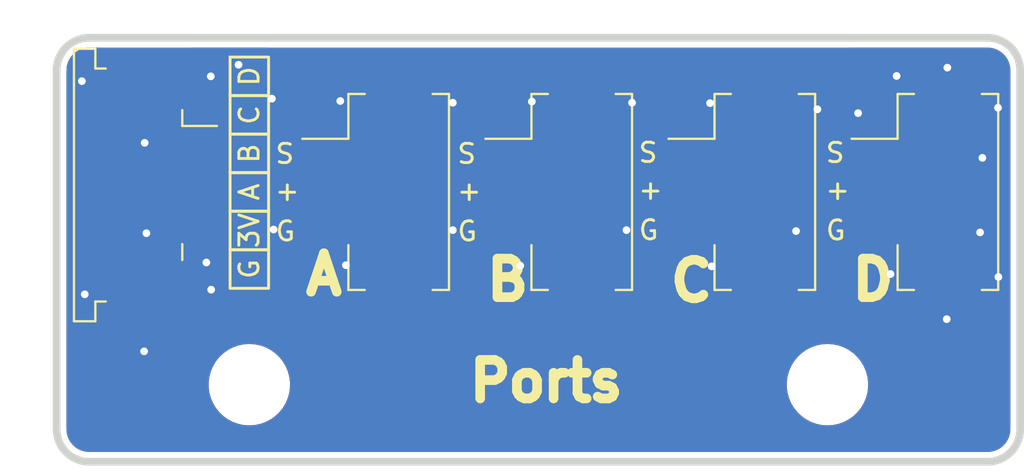
<source format=kicad_pcb>
(kicad_pcb (version 20211014) (generator pcbnew)
  (layers (0 "F.Cu" signal) (31 "B.Cu" signal) (34 "B.Paste" user) (35 "F.Paste" user) (36 "B.SilkS" user "B.Silkscreen") (37 "F.SilkS" user "F.Silkscreen") (38 "B.Mask" user) (39 "F.Mask" user) (44 "Edge.Cuts" user))
  (net 0 "")
  (net 1 "GND")
  (net 2 "/B")
  (net 3 "+3V3")
  (net 4 "/A")
  (net 5 "/C")
  (net 6 "/D")
  (footprint "Connector_JST:JST_PH_B3B-PH-SM4-TB_1x03-1MP_P2.00mm_Vertical" (layer "F.Cu") (at 169.55 80.25 -90)
    (fp_text reference "J7" hide)
    (fp_text value "Conn_01x03")
    (fp_line (start -5.085 -3.51) (end -5.085 -4.36) (layer "F.SilkS") (width 0.12))
    (fp_line (start 5.085 -4.36) (end 5.085 -3.51) (layer "F.SilkS") (width 0.12))
    (fp_line (start -5.085 -4.36) (end 5.085 -4.36) (layer "F.SilkS") (width 0.12))
    (fp_line (start -5.085 0.01) (end -5.085 0.86) (layer "F.SilkS") (width 0.12))
    (fp_line (start -5.085 0.86) (end -2.76 0.86) (layer "F.SilkS") (width 0.12))
    (fp_line (start 5.085 0.01) (end 5.085 0.86) (layer "F.SilkS") (width 0.12))
    (fp_line (start -2.76 0.86) (end -2.76 3.25) (layer "F.SilkS") (width 0.12))
    (fp_line (start 5.085 0.86) (end 2.76 0.86) (layer "F.SilkS") (width 0.12))
    (pad "1" smd roundrect locked (at -2 0.5 270) (size 1 5.5) (layers "F.Cu" "F.Paste" "F.Mask") (net 5 "/C"))
    (pad "2" smd roundrect locked (at 0 0.5 270) (size 1 5.5) (layers "F.Cu" "F.Paste" "F.Mask") (net 3 "+3V3"))
    (pad "3" smd roundrect locked (at 2 0.5 270) (size 1 5.5) (layers "F.Cu" "F.Paste" "F.Mask") (net 1 "GND"))
    (pad "MP" smd roundrect locked (at -4.4 -1.75 270) (size 1.6 3) (layers "F.Cu" "F.Paste" "F.Mask") (roundrect_rratio 0.15625) (net 1 "GND"))
    (pad "MP" smd roundrect locked (at 4.4 -1.75 270) (size 1.6 3) (layers "F.Cu" "F.Paste" "F.Mask") (roundrect_rratio 0.15625) (net 1 "GND"))
  )
  (footprint "MountingHole:MountingHole_3.2mm_M3_ISO14580" (layer "F.Cu") (at 184.05 90.25 180)
    (fp_text reference "H2")
    (fp_text value "MountingHole")
    (pad "" np_thru_hole circle (at 0 0 180) (size 3.2 3.2) (drill 3.2) (layers *.Cu *.Mask))
  )
  (footprint "Connector_JST:JST_PH_B3B-PH-SM4-TB_1x03-1MP_P2.00mm_Vertical" (layer "F.Cu") (at 160.05 80.25 -90)
    (fp_text reference "J8" hide)
    (fp_text value "Conn_01x03")
    (fp_line (start -5.085 -3.51) (end -5.085 -4.36) (layer "F.SilkS") (width 0.12))
    (fp_line (start -5.085 0.86) (end -2.76 0.86) (layer "F.SilkS") (width 0.12))
    (fp_line (start -5.085 0.01) (end -5.085 0.86) (layer "F.SilkS") (width 0.12))
    (fp_line (start -2.76 0.86) (end -2.76 3.25) (layer "F.SilkS") (width 0.12))
    (fp_line (start 5.085 -4.36) (end 5.085 -3.51) (layer "F.SilkS") (width 0.12))
    (fp_line (start 5.085 0.86) (end 2.76 0.86) (layer "F.SilkS") (width 0.12))
    (fp_line (start 5.085 0.01) (end 5.085 0.86) (layer "F.SilkS") (width 0.12))
    (fp_line (start -5.085 -4.36) (end 5.085 -4.36) (layer "F.SilkS") (width 0.12))
    (pad "1" smd roundrect locked (at -2 0.5 270) (size 1 5.5) (layers "F.Cu" "F.Paste" "F.Mask") (net 6 "/D"))
    (pad "2" smd roundrect locked (at 0 0.5 270) (size 1 5.5) (layers "F.Cu" "F.Paste" "F.Mask") (net 3 "+3V3"))
    (pad "3" smd roundrect locked (at 2 0.5 270) (size 1 5.5) (layers "F.Cu" "F.Paste" "F.Mask") (net 1 "GND"))
    (pad "MP" smd roundrect locked (at 4.4 -1.75 270) (size 1.6 3) (layers "F.Cu" "F.Paste" "F.Mask") (roundrect_rratio 0.15625) (net 1 "GND"))
    (pad "MP" smd roundrect locked (at -4.4 -1.75 270) (size 1.6 3) (layers "F.Cu" "F.Paste" "F.Mask") (roundrect_rratio 0.15625) (net 1 "GND"))
  )
  (footprint "Connector_JST:JST_PH_B3B-PH-SM4-TB_1x03-1MP_P2.00mm_Vertical" (layer "F.Cu") (at 179.05 80.25 -90)
    (fp_text reference "J5" hide)
    (fp_text value "Conn_01x03")
    (fp_line (start -5.085 0.01) (end -5.085 0.86) (layer "F.SilkS") (width 0.12))
    (fp_line (start 5.085 0.86) (end 2.76 0.86) (layer "F.SilkS") (width 0.12))
    (fp_line (start -5.085 0.86) (end -2.76 0.86) (layer "F.SilkS") (width 0.12))
    (fp_line (start -2.76 0.86) (end -2.76 3.25) (layer "F.SilkS") (width 0.12))
    (fp_line (start 5.085 -4.36) (end 5.085 -3.51) (layer "F.SilkS") (width 0.12))
    (fp_line (start -5.085 -4.36) (end 5.085 -4.36) (layer "F.SilkS") (width 0.12))
    (fp_line (start 5.085 0.01) (end 5.085 0.86) (layer "F.SilkS") (width 0.12))
    (fp_line (start -5.085 -3.51) (end -5.085 -4.36) (layer "F.SilkS") (width 0.12))
    (pad "1" smd roundrect locked (at -2 0.5 270) (size 1 5.5) (layers "F.Cu" "F.Paste" "F.Mask") (net 2 "/B"))
    (pad "2" smd roundrect locked (at 0 0.5 270) (size 1 5.5) (layers "F.Cu" "F.Paste" "F.Mask") (net 3 "+3V3"))
    (pad "3" smd roundrect locked (at 2 0.5 270) (size 1 5.5) (layers "F.Cu" "F.Paste" "F.Mask") (net 1 "GND"))
    (pad "MP" smd roundrect locked (at 4.4 -1.75 270) (size 1.6 3) (layers "F.Cu" "F.Paste" "F.Mask") (roundrect_rratio 0.15625) (net 1 "GND"))
    (pad "MP" smd roundrect locked (at -4.4 -1.75 270) (size 1.6 3) (layers "F.Cu" "F.Paste" "F.Mask") (roundrect_rratio 0.15625) (net 1 "GND"))
  )
  (footprint "MountingHole:MountingHole_3.2mm_M3_ISO14580" (layer "F.Cu") (at 154.05 90.25 180)
    (fp_text reference "H1")
    (fp_text value "MountingHole")
    (pad "" np_thru_hole circle (at 0 0 180) (size 3.2 3.2) (drill 3.2) (layers *.Cu *.Mask))
  )
  (footprint "Connector_FFC-FPC:TE_84952-6_1x06-1MP_P1.0mm_Horizontal" (layer "F.Cu") (at 149.66 79.89 -90)
    (fp_text reference "J9" hide)
    (fp_text value "Conn_01x06_MountingPin")
    (fp_line (start -7.07 4.71) (end -7.07 3.6) (layer "F.SilkS") (width 0.12))
    (fp_line (start -3.065 -0.91) (end -3.065 -2.71) (layer "F.SilkS") (width 0.12))
    (fp_line (start -6.045 3.6) (end -6.045 3.06) (layer "F.SilkS") (width 0.12))
    (fp_line (start -7.07 3.6) (end -6.045 3.6) (layer "F.SilkS") (width 0.12))
    (fp_line (start 6.045 3.06) (end 6.045 3.6) (layer "F.SilkS") (width 0.12))
    (fp_line (start 3.065 -0.91) (end 3.89 -0.91) (layer "F.SilkS") (width 0.12))
    (fp_line (start 6.045 3.6) (end 7.07 3.6) (layer "F.SilkS") (width 0.12))
    (fp_line (start -3.89 -0.91) (end -3.065 -0.91) (layer "F.SilkS") (width 0.12))
    (fp_line (start 7.07 3.6) (end 7.07 4.71) (layer "F.SilkS") (width 0.12))
    (fp_line (start 7.07 4.71) (end -7.07 4.71) (layer "F.SilkS") (width 0.12))
    (pad "1" smd rect locked (at -2.5 -1.8 270) (size 0.61 2) (layers "F.Cu" "F.Paste" "F.Mask") (net 4 "/A"))
    (pad "2" smd rect locked (at -1.5 -1.8 270) (size 0.61 2) (layers "F.Cu" "F.Paste" "F.Mask") (net 2 "/B"))
    (pad "3" smd rect locked (at -0.5 -1.8 270) (size 0.61 2) (layers "F.Cu" "F.Paste" "F.Mask") (net 5 "/C"))
    (pad "4" smd rect locked (at 0.5 -1.8 270) (size 0.61 2) (layers "F.Cu" "F.Paste" "F.Mask") (net 6 "/D"))
    (pad "5" smd rect locked (at 1.5 -1.8 270) (size 0.61 2) (layers "F.Cu" "F.Paste" "F.Mask") (net 3 "+3V3"))
    (pad "6" smd rect locked (at 2.5 -1.8 270) (size 0.61 2) (layers "F.Cu" "F.Paste" "F.Mask") (net 1 "GND"))
    (pad "MP" smd rect locked (at -5.49 1 270) (size 2.68 3.6) (layers "F.Cu" "F.Paste" "F.Mask") (net 1 "GND"))
    (pad "MP" smd rect locked (at 5.49 1 270) (size 2.68 3.6) (layers "F.Cu" "F.Paste" "F.Mask") (net 1 "GND"))
  )
  (footprint "Connector_JST:JST_PH_B3B-PH-SM4-TB_1x03-1MP_P2.00mm_Vertical" (layer "F.Cu") (at 188.55 80.25 -90)
    (fp_text reference "J2" hide)
    (fp_text value "Conn_01x03")
    (fp_line (start 5.085 -4.36) (end 5.085 -3.51) (layer "F.SilkS") (width 0.12))
    (fp_line (start -5.085 0.01) (end -5.085 0.86) (layer "F.SilkS") (width 0.12))
    (fp_line (start 5.085 0.01) (end 5.085 0.86) (layer "F.SilkS") (width 0.12))
    (fp_line (start -5.085 0.86) (end -2.76 0.86) (layer "F.SilkS") (width 0.12))
    (fp_line (start -5.085 -4.36) (end 5.085 -4.36) (layer "F.SilkS") (width 0.12))
    (fp_line (start -5.085 -3.51) (end -5.085 -4.36) (layer "F.SilkS") (width 0.12))
    (fp_line (start -2.76 0.86) (end -2.76 3.25) (layer "F.SilkS") (width 0.12))
    (fp_line (start 5.085 0.86) (end 2.76 0.86) (layer "F.SilkS") (width 0.12))
    (pad "1" smd roundrect locked (at -2 0.5 270) (size 1 5.5) (layers "F.Cu" "F.Paste" "F.Mask") (net 4 "/A"))
    (pad "2" smd roundrect locked (at 0 0.5 270) (size 1 5.5) (layers "F.Cu" "F.Paste" "F.Mask") (net 3 "+3V3"))
    (pad "3" smd roundrect locked (at 2 0.5 270) (size 1 5.5) (layers "F.Cu" "F.Paste" "F.Mask") (net 1 "GND"))
    (pad "MP" smd roundrect locked (at 4.4 -1.75 270) (size 1.6 3) (layers "F.Cu" "F.Paste" "F.Mask") (roundrect_rratio 0.15625) (net 1 "GND"))
    (pad "MP" smd roundrect locked (at -4.4 -1.75 270) (size 1.6 3) (layers "F.Cu" "F.Paste" "F.Mask") (roundrect_rratio 0.15625) (net 1 "GND"))
  )
  (gr_rect (start 155.05 83.25) (end 153.05 81.25) (layer "F.SilkS") (width 0.15) (fill none))
  (gr_rect (start 155.05 81.25) (end 153.05 79.25) (layer "F.SilkS") (width 0.15) (fill none))
  (gr_rect (start 155.05 77.25) (end 153.05 75.25) (layer "F.SilkS") (width 0.15) (fill none))
  (gr_rect (start 155.05 79.25) (end 153.05 77.25) (layer "F.SilkS") (width 0.15) (fill none))
  (gr_rect (start 155.05 75.25) (end 153.05 73.25) (layer "F.SilkS") (width 0.15) (fill none))
  (gr_rect (start 155.05 85.25) (end 153.05 83.25) (layer "F.SilkS") (width 0.15) (fill none))
  (gr_arc (start 194.05 92.56005) (mid 193.55501 93.75501) (end 192.36005 94.25) (layer "Edge.Cuts") (width 0.4))
  (gr_line (start 145.73995 94.25) (end 192.36005 94.25) (layer "Edge.Cuts") (width 0.4))
  (gr_line (start 145.73995 72.25) (end 192.36005 72.25) (layer "Edge.Cuts") (width 0.4))
  (gr_line (start 194.05 92.56005) (end 194.05 73.93995) (layer "Edge.Cuts") (width 0.4))
  (gr_arc (start 145.73995 94.25) (mid 144.54499 93.75501) (end 144.05 92.56005) (layer "Edge.Cuts") (width 0.4))
  (gr_arc (start 192.36005 72.25) (mid 193.55501 72.74499) (end 194.05 73.93995) (layer "Edge.Cuts") (width 0.4))
  (gr_arc (start 144.05 73.93995) (mid 144.54499 72.74499) (end 145.73995 72.25) (layer "Edge.Cuts") (width 0.4))
  (gr_line (start 144.05 92.56005) (end 144.05 73.93995) (layer "Edge.Cuts") (width 0.4))
  (gr_text "D" (at 186.41 84.81) (layer "F.SilkS") (effects (font (size 2 2) (thickness 0.5))))
  (gr_text "A" (at 154.05 80.25 90) (layer "F.SilkS") (effects (font (size 1 1))))
  (gr_text "B" (at 167.45 84.81) (layer "F.SilkS") (effects (font (size 2 2) (thickness 0.5))))
  (gr_text "S" (at 165.33 78.27) (layer "F.SilkS") (effects (font (size 1 1))))
  (gr_text "S" (at 174.74 78.21) (layer "F.SilkS") (effects (font (size 1 1))))
  (gr_text "G" (at 174.77 82.23) (layer "F.SilkS") (effects (font (size 1 1))))
  (gr_text "+" (at 184.58 80.14) (layer "F.SilkS") (effects (font (size 1 1))))
  (gr_text "Ports" (at 169.458 90.066) (layer "F.SilkS") (effects (font (size 2 2) (thickness 0.5))))
  (gr_text "A" (at 157.92 84.53) (layer "F.SilkS") (effects (font (size 2 2) (thickness 0.5))))
  (gr_text "G" (at 165.36 82.29) (layer "F.SilkS") (effects (font (size 1 1))))
  (gr_text "S" (at 155.89 78.27) (layer "F.SilkS") (effects (font (size 1 1))))
  (gr_text "G" (at 184.48 82.24) (layer "F.SilkS") (effects (font (size 1 1))))
  (gr_text "S" (at 184.45 78.22) (layer "F.SilkS") (effects (font (size 1 1))))
  (gr_text "G" (at 154.05 84.25 90) (layer "F.SilkS") (effects (font (size 1 1))))
  (gr_text "+" (at 174.87 80.13) (layer "F.SilkS") (effects (font (size 1 1))))
  (gr_text "G" (at 155.92 82.29) (layer "F.SilkS") (effects (font (size 1 1))))
  (gr_text "+" (at 156.02 80.19) (layer "F.SilkS") (effects (font (size 1 1))))
  (gr_text "C" (at 154.05 76.25 90) (layer "F.SilkS") (effects (font (size 1 1))))
  (gr_text "C" (at 176.99 84.87) (layer "F.SilkS") (effects (font (size 2 2) (thickness 0.5))))
  (gr_text "D" (at 154.05 74.25 90) (layer "F.SilkS") (effects (font (size 1 1))))
  (gr_text "3V" (at 154.05 82.25 90) (layer "F.SilkS") (effects (font (size 1 1))))
  (gr_text "B" (at 154.05 78.25 90) (layer "F.SilkS") (effects (font (size 1 1))))
  (gr_text "+" (at 165.46 80.19) (layer "F.SilkS") (effects (font (size 1 1))))
  (via (at 178.04 84.11) (size 0.8) (drill 0.4) (layers "F.Cu" "B.Cu") (net 1))
  (via (at 148.71 82.39) (size 0.8) (drill 0.4) (layers "F.Cu" "B.Cu") (net 1))
  (via (at 187.32 84.51) (size 0.8) (drill 0.4) (layers "F.Cu" "B.Cu") (net 1))
  (via (at 190.27 73.8) (size 0.8) (drill 0.4) (layers "F.Cu" "B.Cu") (net 1))
  (via (at 192.9 75.88) (size 0.8) (drill 0.4) (layers "F.Cu" "B.Cu") (net 1))
  (via (at 191.97 82.35) (size 0.8) (drill 0.4) (layers "F.Cu" "B.Cu") (net 1))
  (via (at 145.36 74.5) (size 0.8) (drill 0.4) (layers "F.Cu" "B.Cu") (net 1))
  (via (at 155.22 75.41) (size 0.8) (drill 0.4) (layers "F.Cu" "B.Cu") (net 1))
  (via (at 192.09 78.48) (size 0.8) (drill 0.4) (layers "F.Cu" "B.Cu") (net 1))
  (via (at 159.06 84.05) (size 0.8) (drill 0.4) (layers "F.Cu" "B.Cu") (net 1))
  (via (at 164.61 82.23) (size 0.8) (drill 0.4) (layers "F.Cu" "B.Cu") (net 1))
  (via (at 153.49 73.65) (size 0.8) (drill 0.4) (layers "F.Cu" "B.Cu") (net 1))
  (via (at 151.82 83.91) (size 0.8) (drill 0.4) (layers "F.Cu" "B.Cu") (net 1))
  (via (at 148.59 88.52) (size 0.8) (drill 0.4) (layers "F.Cu" "B.Cu") (net 1))
  (via (at 182.42 82.28) (size 0.8) (drill 0.4) (layers "F.Cu" "B.Cu") (net 1))
  (via (at 152.05 74.25) (size 0.8) (drill 0.4) (layers "F.Cu" "B.Cu") (net 1))
  (via (at 177.96 75.64) (size 0.8) (drill 0.4) (layers "F.Cu" "B.Cu") (net 1))
  (via (at 173.62 82.23) (size 0.8) (drill 0.4) (layers "F.Cu" "B.Cu") (net 1))
  (via (at 192.92 84.66) (size 0.8) (drill 0.4) (layers "F.Cu" "B.Cu") (net 1))
  (via (at 187.64 74.23) (size 0.8) (drill 0.4) (layers "F.Cu" "B.Cu") (net 1))
  (via (at 152.07 85.32) (size 0.8) (drill 0.4) (layers "F.Cu" "B.Cu") (net 1))
  (via (at 185.64 76.16) (size 0.8) (drill 0.4) (layers "F.Cu" "B.Cu") (net 1))
  (via (at 158.77 75.53) (size 0.8) (drill 0.4) (layers "F.Cu" "B.Cu") (net 1))
  (via (at 173.91 75.62) (size 0.8) (drill 0.4) (layers "F.Cu" "B.Cu") (net 1))
  (via (at 183.53 75.96) (size 0.8) (drill 0.4) (layers "F.Cu" "B.Cu") (net 1))
  (via (at 168.11 84.08) (size 0.8) (drill 0.4) (layers "F.Cu" "B.Cu") (net 1))
  (via (at 148.62 77.7) (size 0.8) (drill 0.4) (layers "F.Cu" "B.Cu") (net 1))
  (via (at 164.61 75.62) (size 0.8) (drill 0.4) (layers "F.Cu" "B.Cu") (net 1))
  (via (at 155.31 82.2) (size 0.8) (drill 0.4) (layers "F.Cu" "B.Cu") (net 1))
  (via (at 168.71 75.56) (size 0.8) (drill 0.4) (layers "F.Cu" "B.Cu") (net 1))
  (via (at 145.51 85.56) (size 0.8) (drill 0.4) (layers "F.Cu" "B.Cu") (net 1))
  (via (at 190.24 86.85) (size 0.8) (drill 0.4) (layers "F.Cu" "B.Cu") (net 1))
  (segment (start 174.87 78.25) (end 173.59452 76.97452) (width 0.25) (layer "F.Cu") (net 2))
  (segment (start 178.55 78.25) (end 174.87 78.25) (width 0.25) (layer "F.Cu") (net 2))
  (segment (start 152.99 78.39) (end 151.46 78.39) (width 0.25) (layer "F.Cu") (net 2))
  (segment (start 173.59452 76.97452) (end 154.40548 76.97452) (width 0.25) (layer "F.Cu") (net 2))
  (segment (start 154.40548 76.97452) (end 152.99 78.39) (width 0.25) (layer "F.Cu") (net 2))
  (segment (start 178.55 80.25) (end 169.05 80.25) (width 0.25) (layer "F.Cu") (net 3))
  (segment (start 188.05 80.25) (end 178.55 80.25) (width 0.25) (layer "F.Cu") (net 3))
  (segment (start 169.05 80.25) (end 159.55 80.25) (width 0.25) (layer "F.Cu") (net 3))
  (segment (start 152.99 81.39) (end 151.46 81.39) (width 0.25) (layer "F.Cu") (net 3))
  (segment (start 154.13 80.25) (end 152.99 81.39) (width 0.25) (layer "F.Cu") (net 3))
  (segment (start 159.55 80.25) (end 154.13 80.25) (width 0.25) (layer "F.Cu") (net 3))
  (segment (start 188.05 76.75) (end 184.88 73.58) (width 0.25) (layer "F.Cu") (net 4))
  (segment (start 188.05 78.25) (end 188.05 76.75) (width 0.25) (layer "F.Cu") (net 4))
  (segment (start 184.88 73.58) (end 155.27 73.58) (width 0.25) (layer "F.Cu") (net 4))
  (segment (start 155.27 73.58) (end 151.46 77.39) (width 0.25) (layer "F.Cu") (net 4))
  (segment (start 154.67452 77.42548) (end 152.71 79.39) (width 0.25) (layer "F.Cu") (net 5))
  (segment (start 152.71 79.39) (end 151.46 79.39) (width 0.25) (layer "F.Cu") (net 5))
  (segment (start 165.58 78.25) (end 164.75548 77.42548) (width 0.25) (layer "F.Cu") (net 5))
  (segment (start 164.75548 77.42548) (end 154.67452 77.42548) (width 0.25) (layer "F.Cu") (net 5))
  (segment (start 169.05 78.25) (end 165.58 78.25) (width 0.25) (layer "F.Cu") (net 5))
  (segment (start 152.84 80.39) (end 151.46 80.39) (width 0.25) (layer "F.Cu") (net 6))
  (segment (start 154.98 78.25) (end 152.84 80.39) (width 0.25) (layer "F.Cu") (net 6))
  (segment (start 159.55 78.25) (end 154.98 78.25) (width 0.25) (layer "F.Cu") (net 6))
  (zone (net 1) (net_name "GND") (layer "F.Cu") (connect_pads (clearance 0.508)) (min_thickness 0.254) (fill yes (thermal_gap 0.508) (thermal_bridge_width 0.508))
    (polygon (pts (xy 144.05 72.25) (xy 194.05 72.25) (xy 194.05 94.25) (xy 144.05 94.25)))
  )
  (zone (net 1) (net_name "GND") (layer "B.Cu") (connect_pads (clearance 0.508)) (min_thickness 0.254) (fill yes (thermal_gap 0.508) (thermal_bridge_width 0.508))
    (polygon (pts (xy 144.05 72.25) (xy 194.05 72.25) (xy 194.05 94.25) (xy 144.05 94.25)))
  )
)
</source>
